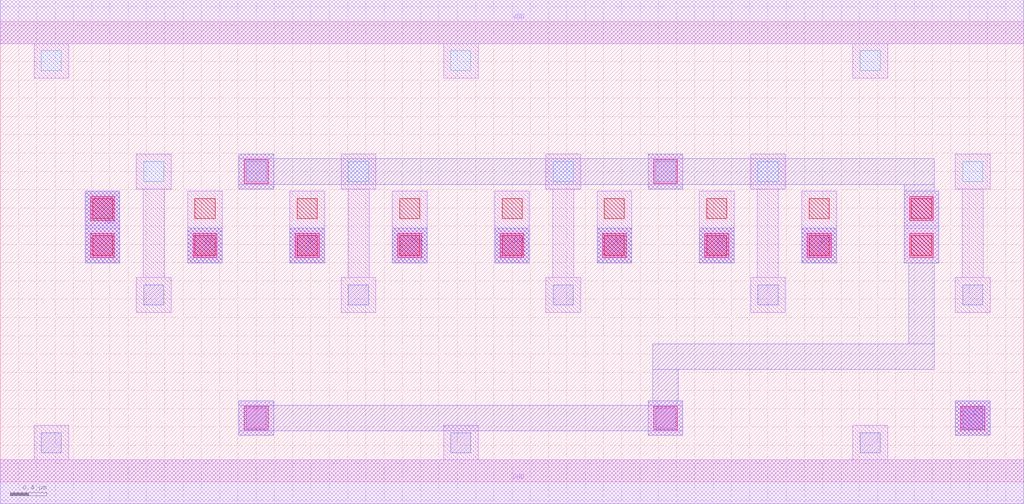
<source format=lef>
MACRO MUX4
 CLASS CORE ;
 FOREIGN MUX4 0 0 ;
 SIZE 11.200000000000001 BY 5.04 ;
 ORIGIN 0 0 ;
 SYMMETRY X Y R90 ;
 SITE unit ;
  PIN VDD
   DIRECTION INOUT ;
   USE POWER ;
   SHAPE ABUTMENT ;
    PORT
     CLASS CORE ;
       LAYER met1 ;
        RECT 0.00000000 4.80000000 11.20000000 5.28000000 ;
    END
  END VDD

  PIN GND
   DIRECTION INOUT ;
   USE POWER ;
   SHAPE ABUTMENT ;
    PORT
     CLASS CORE ;
       LAYER met1 ;
        RECT 0.00000000 -0.24000000 11.20000000 0.24000000 ;
    END
  END GND

  PIN Z
   DIRECTION INOUT ;
   USE SIGNAL ;
   SHAPE ABUTMENT ;
    PORT
     CLASS CORE ;
       LAYER met2 ;
        RECT 10.45000000 0.50700000 10.83000000 0.88700000 ;
    END
  END Z

  PIN S2
   DIRECTION INOUT ;
   USE SIGNAL ;
   SHAPE ABUTMENT ;
    PORT
     CLASS CORE ;
       LAYER met2 ;
        RECT 7.65000000 2.39700000 8.03000000 2.77700000 ;
    END
  END S2

  PIN S0
   DIRECTION INOUT ;
   USE SIGNAL ;
   SHAPE ABUTMENT ;
    PORT
     CLASS CORE ;
       LAYER met2 ;
        RECT 3.17000000 2.39700000 3.55000000 2.77700000 ;
    END
  END S0

  PIN IN0
   DIRECTION INOUT ;
   USE SIGNAL ;
   SHAPE ABUTMENT ;
    PORT
     CLASS CORE ;
       LAYER met2 ;
        RECT 4.29000000 2.39700000 4.67000000 2.77700000 ;
    END
  END IN0

  PIN IN2
   DIRECTION INOUT ;
   USE SIGNAL ;
   SHAPE ABUTMENT ;
    PORT
     CLASS CORE ;
       LAYER met2 ;
        RECT 8.77000000 2.39700000 9.15000000 2.77700000 ;
    END
  END IN2

  PIN IN1
   DIRECTION INOUT ;
   USE SIGNAL ;
   SHAPE ABUTMENT ;
    PORT
     CLASS CORE ;
       LAYER met2 ;
        RECT 5.41000000 2.39700000 5.79000000 2.77700000 ;
    END
  END IN1

  PIN IN3
   DIRECTION INOUT ;
   USE SIGNAL ;
   SHAPE ABUTMENT ;
    PORT
     CLASS CORE ;
       LAYER met2 ;
        RECT 0.93000000 2.39700000 1.31000000 3.18200000 ;
    END
  END IN3

  PIN S3
   DIRECTION INOUT ;
   USE SIGNAL ;
   SHAPE ABUTMENT ;
    PORT
     CLASS CORE ;
       LAYER met2 ;
        RECT 2.05000000 2.39700000 2.43000000 2.77700000 ;
    END
  END S3

  PIN S1
   DIRECTION INOUT ;
   USE SIGNAL ;
   SHAPE ABUTMENT ;
    PORT
     CLASS CORE ;
       LAYER met2 ;
        RECT 6.53000000 2.39700000 6.91000000 2.77700000 ;
    END
  END S1

 OBS
    LAYER polycont ;
     RECT 1.01000000 2.47700000 1.23000000 2.69700000 ;
     RECT 2.13000000 2.47700000 2.35000000 2.69700000 ;
     RECT 3.25000000 2.47700000 3.47000000 2.69700000 ;
     RECT 4.37000000 2.47700000 4.59000000 2.69700000 ;
     RECT 5.49000000 2.47700000 5.71000000 2.69700000 ;
     RECT 6.61000000 2.47700000 6.83000000 2.69700000 ;
     RECT 7.73000000 2.47700000 7.95000000 2.69700000 ;
     RECT 8.85000000 2.47700000 9.07000000 2.69700000 ;
     RECT 9.97000000 2.47700000 10.19000000 2.69700000 ;
     RECT 1.01000000 2.88200000 1.23000000 3.10200000 ;
     RECT 2.13000000 2.88200000 2.35000000 3.10200000 ;
     RECT 3.25000000 2.88200000 3.47000000 3.10200000 ;
     RECT 4.37000000 2.88200000 4.59000000 3.10200000 ;
     RECT 5.49000000 2.88200000 5.71000000 3.10200000 ;
     RECT 6.61000000 2.88200000 6.83000000 3.10200000 ;
     RECT 7.73000000 2.88200000 7.95000000 3.10200000 ;
     RECT 8.85000000 2.88200000 9.07000000 3.10200000 ;
     RECT 9.97000000 2.88200000 10.19000000 3.10200000 ;

    LAYER pdiffc ;
     RECT 1.57000000 3.28700000 1.79000000 3.50700000 ;
     RECT 2.69000000 3.28700000 2.91000000 3.50700000 ;
     RECT 3.81000000 3.28700000 4.03000000 3.50700000 ;
     RECT 6.05000000 3.28700000 6.27000000 3.50700000 ;
     RECT 7.17000000 3.28700000 7.39000000 3.50700000 ;
     RECT 8.29000000 3.28700000 8.51000000 3.50700000 ;
     RECT 10.53000000 3.28700000 10.75000000 3.50700000 ;
     RECT 0.45000000 4.50200000 0.67000000 4.72200000 ;
     RECT 4.93000000 4.50200000 5.15000000 4.72200000 ;
     RECT 9.41000000 4.50200000 9.63000000 4.72200000 ;

    LAYER ndiffc ;
     RECT 0.45000000 0.31700000 0.67000000 0.53700000 ;
     RECT 4.93000000 0.31700000 5.15000000 0.53700000 ;
     RECT 9.41000000 0.31700000 9.63000000 0.53700000 ;
     RECT 2.69000000 0.58700000 2.91000000 0.80700000 ;
     RECT 7.17000000 0.58700000 7.39000000 0.80700000 ;
     RECT 10.53000000 0.58700000 10.75000000 0.80700000 ;
     RECT 1.57000000 1.93700000 1.79000000 2.15700000 ;
     RECT 3.81000000 1.93700000 4.03000000 2.15700000 ;
     RECT 6.05000000 1.93700000 6.27000000 2.15700000 ;
     RECT 8.29000000 1.93700000 8.51000000 2.15700000 ;
     RECT 10.53000000 1.93700000 10.75000000 2.15700000 ;

    LAYER met1 ;
     RECT 0.00000000 -0.24000000 11.20000000 0.24000000 ;
     RECT 0.37000000 0.24000000 0.75000000 0.61700000 ;
     RECT 4.85000000 0.24000000 5.23000000 0.61700000 ;
     RECT 9.33000000 0.24000000 9.71000000 0.61700000 ;
     RECT 2.61000000 0.50700000 2.99000000 0.88700000 ;
     RECT 7.09000000 0.50700000 7.47000000 0.88700000 ;
     RECT 10.45000000 0.50700000 10.83000000 0.88700000 ;
     RECT 0.93000000 2.39700000 1.31000000 2.77700000 ;
     RECT 9.89000000 2.39700000 10.27000000 2.77700000 ;
     RECT 0.93000000 2.80200000 1.31000000 3.18200000 ;
     RECT 2.05000000 2.39700000 2.43000000 3.18200000 ;
     RECT 3.17000000 2.39700000 3.55000000 3.18200000 ;
     RECT 4.29000000 2.39700000 4.67000000 3.18200000 ;
     RECT 5.41000000 2.39700000 5.79000000 3.18200000 ;
     RECT 6.53000000 2.39700000 6.91000000 3.18200000 ;
     RECT 7.65000000 2.39700000 8.03000000 3.18200000 ;
     RECT 8.77000000 2.39700000 9.15000000 3.18200000 ;
     RECT 9.89000000 2.80200000 10.27000000 3.18200000 ;
     RECT 1.49000000 1.85700000 1.87000000 2.23700000 ;
     RECT 1.56500000 2.23700000 1.79500000 3.20700000 ;
     RECT 1.49000000 3.20700000 1.87000000 3.58700000 ;
     RECT 2.61000000 3.20700000 2.99000000 3.58700000 ;
     RECT 3.73000000 1.85700000 4.11000000 2.23700000 ;
     RECT 3.80500000 2.23700000 4.03500000 3.20700000 ;
     RECT 3.73000000 3.20700000 4.11000000 3.58700000 ;
     RECT 5.97000000 1.85700000 6.35000000 2.23700000 ;
     RECT 6.04500000 2.23700000 6.27500000 3.20700000 ;
     RECT 5.97000000 3.20700000 6.35000000 3.58700000 ;
     RECT 7.09000000 3.20700000 7.47000000 3.58700000 ;
     RECT 8.21000000 1.85700000 8.59000000 2.23700000 ;
     RECT 8.28500000 2.23700000 8.51500000 3.20700000 ;
     RECT 8.21000000 3.20700000 8.59000000 3.58700000 ;
     RECT 10.45000000 1.85700000 10.83000000 2.23700000 ;
     RECT 10.52500000 2.23700000 10.75500000 3.20700000 ;
     RECT 10.45000000 3.20700000 10.83000000 3.58700000 ;
     RECT 0.37000000 4.42200000 0.75000000 4.80000000 ;
     RECT 4.85000000 4.42200000 5.23000000 4.80000000 ;
     RECT 9.33000000 4.42200000 9.71000000 4.80000000 ;
     RECT 0.00000000 4.80000000 11.20000000 5.28000000 ;

    LAYER via1 ;
     RECT 2.67000000 0.56700000 2.93000000 0.82700000 ;
     RECT 7.15000000 0.56700000 7.41000000 0.82700000 ;
     RECT 10.51000000 0.56700000 10.77000000 0.82700000 ;
     RECT 0.99000000 2.45700000 1.25000000 2.71700000 ;
     RECT 2.11000000 2.45700000 2.37000000 2.71700000 ;
     RECT 3.23000000 2.45700000 3.49000000 2.71700000 ;
     RECT 4.35000000 2.45700000 4.61000000 2.71700000 ;
     RECT 5.47000000 2.45700000 5.73000000 2.71700000 ;
     RECT 6.59000000 2.45700000 6.85000000 2.71700000 ;
     RECT 7.71000000 2.45700000 7.97000000 2.71700000 ;
     RECT 8.83000000 2.45700000 9.09000000 2.71700000 ;
     RECT 9.95000000 2.45700000 10.21000000 2.71700000 ;
     RECT 0.99000000 2.86200000 1.25000000 3.12200000 ;
     RECT 9.95000000 2.86200000 10.21000000 3.12200000 ;
     RECT 2.67000000 3.26700000 2.93000000 3.52700000 ;
     RECT 7.15000000 3.26700000 7.41000000 3.52700000 ;

    LAYER met2 ;
     RECT 10.45000000 0.50700000 10.83000000 0.88700000 ;
     RECT 2.05000000 2.39700000 2.43000000 2.77700000 ;
     RECT 3.17000000 2.39700000 3.55000000 2.77700000 ;
     RECT 4.29000000 2.39700000 4.67000000 2.77700000 ;
     RECT 5.41000000 2.39700000 5.79000000 2.77700000 ;
     RECT 6.53000000 2.39700000 6.91000000 2.77700000 ;
     RECT 7.65000000 2.39700000 8.03000000 2.77700000 ;
     RECT 8.77000000 2.39700000 9.15000000 2.77700000 ;
     RECT 0.93000000 2.39700000 1.31000000 3.18200000 ;
     RECT 2.61000000 0.50700000 2.99000000 0.55700000 ;
     RECT 7.09000000 0.50700000 7.47000000 0.55700000 ;
     RECT 2.61000000 0.55700000 7.47000000 0.83700000 ;
     RECT 2.61000000 0.83700000 2.99000000 0.88700000 ;
     RECT 7.09000000 0.83700000 7.47000000 0.88700000 ;
     RECT 7.14000000 0.88700000 7.42000000 1.23200000 ;
     RECT 7.14000000 1.23200000 10.22000000 1.51200000 ;
     RECT 9.94000000 1.51200000 10.22000000 2.39700000 ;
     RECT 9.89000000 2.39700000 10.27000000 3.18200000 ;
     RECT 2.61000000 3.20700000 2.99000000 3.25700000 ;
     RECT 7.09000000 3.20700000 7.47000000 3.25700000 ;
     RECT 9.89000000 3.18200000 10.22000000 3.25700000 ;
     RECT 2.61000000 3.25700000 10.22000000 3.53700000 ;
     RECT 2.61000000 3.53700000 2.99000000 3.58700000 ;
     RECT 7.09000000 3.53700000 7.47000000 3.58700000 ;

 END
END MUX4

</source>
